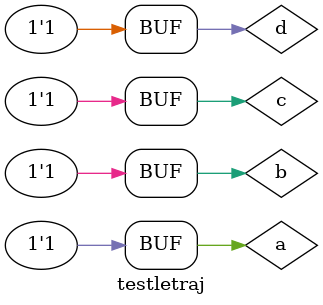
<source format=v>

module letraj (s,a,b,c,d);
output s;
input a,b,c,d;

and AND1(s, a,b,c,d);

endmodule

module testletraj;

wire s;
reg a,b,c,d;

letraj LJ (s,a,b,c,d);

 initial begin
      $display("a  b   c   d  s");
      $monitor("%b  %b   %b   %b  %b", a, b, c, d, s);
  
	     a=0; b=0; c=0; d=0;  
    #1  a=0; b=0; c=0; d=1;
    #1  a=0; b=0; c=1; d=0;
    #1  a=0; b=0; c=1; d=1;
    #1  a=0; b=1; c=0; d=0;
 	 #1  a=0; b=1; c=0; d=1;
    #1  a=0; b=1; c=1; d=0;
    #1  a=0; b=1; c=1; d=1;
    #1  a=1; b=0; c=0; d=0;
    #1  a=1; b=0; c=0; d=1;
    #1  a=1; b=0; c=1; d=0;
    #1  a=1; b=0; c=1; d=1;
    #1  a=1; b=1; c=0; d=0;
    #1  a=1; b=1; c=0; d=1;
    #1  a=1; b=1; c=1; d=0;
    #1  a=1; b=1; c=1; d=1;


        
    end
    endmodule
</source>
